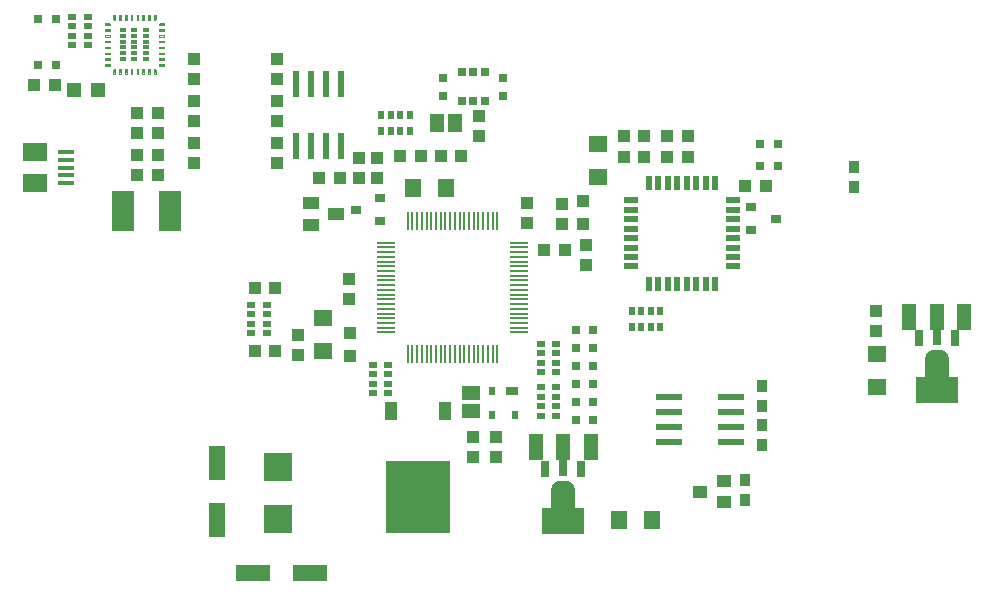
<source format=gtp>
G75*
G70*
%OFA0B0*%
%FSLAX24Y24*%
%IPPOS*%
%LPD*%
%AMOC8*
5,1,8,0,0,1.08239X$1,22.5*
%
%ADD10R,0.0394X0.0433*%
%ADD11R,0.0433X0.0394*%
%ADD12R,0.0098X0.0630*%
%ADD13R,0.0630X0.0098*%
%ADD14R,0.0551X0.0630*%
%ADD15R,0.0315X0.0315*%
%ADD16R,0.0480X0.0880*%
%ADD17R,0.1417X0.0866*%
%ADD18R,0.0315X0.0551*%
%ADD19C,0.0600*%
%ADD20R,0.0394X0.0394*%
%ADD21R,0.0630X0.0551*%
%ADD22R,0.0354X0.0315*%
%ADD23R,0.0220X0.0500*%
%ADD24R,0.0500X0.0220*%
%ADD25R,0.2126X0.2441*%
%ADD26R,0.0394X0.0630*%
%ADD27R,0.0551X0.1181*%
%ADD28R,0.1181X0.0551*%
%ADD29R,0.0945X0.0945*%
%ADD30R,0.0394X0.0276*%
%ADD31R,0.0236X0.0276*%
%ADD32R,0.0460X0.0630*%
%ADD33R,0.0748X0.1339*%
%ADD34R,0.0236X0.0118*%
%ADD35C,0.0040*%
%ADD36R,0.0500X0.0500*%
%ADD37R,0.0236X0.0866*%
%ADD38R,0.0551X0.0394*%
%ADD39R,0.0197X0.0256*%
%ADD40R,0.0256X0.0197*%
%ADD41R,0.0630X0.0460*%
%ADD42R,0.0531X0.0157*%
%ADD43R,0.0787X0.0591*%
%ADD44R,0.0256X0.0315*%
%ADD45R,0.0300X0.0300*%
%ADD46R,0.0450X0.0400*%
%ADD47R,0.0380X0.0400*%
%ADD48R,0.0866X0.0236*%
D10*
X016640Y005915D03*
X017390Y005915D03*
X017390Y006585D03*
X016640Y006585D03*
X010790Y009315D03*
X010790Y009985D03*
X012490Y011165D03*
X012490Y011835D03*
X018440Y013715D03*
X018440Y014385D03*
X019590Y014335D03*
X019590Y013665D03*
X020390Y012985D03*
X020390Y012315D03*
X013440Y015215D03*
X012840Y015215D03*
X012840Y015885D03*
X013440Y015885D03*
X010090Y015715D03*
X010090Y016385D03*
X010090Y017115D03*
X010090Y017785D03*
X010090Y018515D03*
X010090Y019185D03*
X007340Y019185D03*
X007340Y018515D03*
X007340Y017785D03*
X007340Y017115D03*
X007340Y016385D03*
X007340Y015715D03*
X006140Y015985D03*
X005440Y015985D03*
X005440Y015315D03*
X006140Y015315D03*
X006140Y016715D03*
X005440Y016715D03*
X005440Y017385D03*
X006140Y017385D03*
X016840Y017285D03*
X016840Y016615D03*
X030065Y010785D03*
X030065Y010115D03*
D11*
X026375Y014950D03*
X025705Y014950D03*
X023775Y015900D03*
X023105Y015900D03*
X022325Y015900D03*
X021655Y015900D03*
X021655Y016600D03*
X022325Y016600D03*
X023105Y016600D03*
X023775Y016600D03*
X016225Y015950D03*
X015555Y015950D03*
X014875Y015950D03*
X014205Y015950D03*
X012175Y015200D03*
X011505Y015200D03*
X010025Y011550D03*
X009355Y011550D03*
X009355Y009450D03*
X010025Y009450D03*
X019005Y012800D03*
X019675Y012800D03*
X002675Y018300D03*
X002005Y018300D03*
D12*
X014444Y013755D03*
X014601Y013755D03*
X014759Y013755D03*
X014916Y013755D03*
X015074Y013755D03*
X015231Y013755D03*
X015389Y013755D03*
X015546Y013755D03*
X015704Y013755D03*
X015861Y013755D03*
X016019Y013755D03*
X016176Y013755D03*
X016334Y013755D03*
X016491Y013755D03*
X016649Y013755D03*
X016806Y013755D03*
X016964Y013755D03*
X017121Y013755D03*
X017279Y013755D03*
X017436Y013755D03*
X017436Y009345D03*
X017279Y009345D03*
X017121Y009345D03*
X016964Y009345D03*
X016806Y009345D03*
X016649Y009345D03*
X016491Y009345D03*
X016334Y009345D03*
X016176Y009345D03*
X016019Y009345D03*
X015861Y009345D03*
X015704Y009345D03*
X015546Y009345D03*
X015389Y009345D03*
X015231Y009345D03*
X015074Y009345D03*
X014916Y009345D03*
X014759Y009345D03*
X014601Y009345D03*
X014444Y009345D03*
D13*
X013735Y010054D03*
X013735Y010211D03*
X013735Y010369D03*
X013735Y010526D03*
X013735Y010684D03*
X013735Y010841D03*
X013735Y010999D03*
X013735Y011156D03*
X013735Y011314D03*
X013735Y011471D03*
X013735Y011629D03*
X013735Y011786D03*
X013735Y011944D03*
X013735Y012101D03*
X013735Y012259D03*
X013735Y012416D03*
X013735Y012574D03*
X013735Y012731D03*
X013735Y012889D03*
X013735Y013046D03*
X018145Y013046D03*
X018145Y012889D03*
X018145Y012731D03*
X018145Y012574D03*
X018145Y012416D03*
X018145Y012259D03*
X018145Y012101D03*
X018145Y011944D03*
X018145Y011786D03*
X018145Y011629D03*
X018145Y011471D03*
X018145Y011314D03*
X018145Y011156D03*
X018145Y010999D03*
X018145Y010841D03*
X018145Y010684D03*
X018145Y010526D03*
X018145Y010369D03*
X018145Y010211D03*
X018145Y010054D03*
D14*
X015711Y014880D03*
X014609Y014880D03*
X021489Y003800D03*
X022591Y003800D03*
D15*
X020635Y007150D03*
X020045Y007150D03*
X020045Y007750D03*
X020635Y007750D03*
X020635Y008350D03*
X020045Y008350D03*
X020045Y008950D03*
X020635Y008950D03*
X020635Y009550D03*
X020045Y009550D03*
X020045Y010150D03*
X020635Y010150D03*
X026195Y015600D03*
X026785Y015600D03*
X026785Y016350D03*
X026195Y016350D03*
X002718Y018958D03*
X002127Y018958D03*
X002127Y020491D03*
X002718Y020491D03*
D16*
X031168Y010583D03*
X032078Y010583D03*
X032988Y010583D03*
X020550Y006220D03*
X019640Y006220D03*
X018730Y006220D03*
D17*
X019640Y003780D03*
X032078Y008142D03*
D18*
X032078Y009905D03*
X031478Y009875D03*
X032678Y009875D03*
X020240Y005500D03*
X019640Y005530D03*
X019040Y005500D03*
D19*
X019540Y004798D02*
X019740Y004798D01*
X019740Y003962D01*
X019540Y003962D01*
X019540Y004798D01*
X019540Y004561D02*
X019740Y004561D01*
X031978Y009173D02*
X032178Y009173D01*
X032178Y008337D01*
X031978Y008337D01*
X031978Y009173D01*
X031978Y008936D02*
X032178Y008936D01*
D20*
X020290Y013656D03*
X020290Y014444D03*
X012540Y010044D03*
X012540Y009256D03*
D21*
X011640Y009449D03*
X011640Y010551D03*
X020790Y015249D03*
X020790Y016351D03*
X030090Y009326D03*
X030090Y008224D03*
D22*
X025896Y013476D03*
X026723Y013850D03*
X025896Y014224D03*
X013534Y014524D03*
X012707Y014150D03*
X013534Y013776D03*
D23*
X022488Y015046D03*
X022803Y015046D03*
X023118Y015046D03*
X023433Y015046D03*
X023747Y015046D03*
X024062Y015046D03*
X024377Y015046D03*
X024692Y015046D03*
X024692Y011666D03*
X024377Y011666D03*
X024062Y011666D03*
X023747Y011666D03*
X023433Y011666D03*
X023118Y011666D03*
X022803Y011666D03*
X022488Y011666D03*
D24*
X021900Y012254D03*
X021900Y012569D03*
X021900Y012884D03*
X021900Y013199D03*
X021900Y013514D03*
X021900Y013829D03*
X021900Y014144D03*
X021900Y014459D03*
X025280Y014459D03*
X025280Y014144D03*
X025280Y013829D03*
X025280Y013514D03*
X025280Y013199D03*
X025280Y012884D03*
X025280Y012569D03*
X025280Y012254D03*
D25*
X014790Y004566D03*
D26*
X013892Y007440D03*
X015688Y007440D03*
D27*
X008090Y003805D03*
X008090Y005695D03*
D28*
X009295Y002050D03*
X011185Y002050D03*
D29*
X010140Y003834D03*
X010140Y005566D03*
D30*
X017935Y008094D03*
D31*
X017266Y008094D03*
X017266Y007306D03*
X018014Y007306D03*
D32*
X016040Y017050D03*
X015440Y017050D03*
D33*
X006508Y014100D03*
X004972Y014100D03*
D34*
X004946Y019158D03*
X004946Y019355D03*
X004946Y019552D03*
X004946Y019748D03*
X004946Y019945D03*
X004946Y020142D03*
X005340Y020142D03*
X005340Y019945D03*
X005340Y019748D03*
X005340Y019552D03*
X005340Y019355D03*
X005340Y019158D03*
X005734Y019158D03*
X005734Y019355D03*
X005734Y019552D03*
X005734Y019748D03*
X005734Y019945D03*
X005734Y020142D03*
D35*
X005803Y020467D02*
X005803Y020644D01*
X005862Y020644D01*
X005862Y020467D01*
X005803Y020467D01*
X005803Y020493D02*
X005862Y020493D01*
X005862Y020532D02*
X005803Y020532D01*
X005803Y020570D02*
X005862Y020570D01*
X005862Y020609D02*
X005803Y020609D01*
X005665Y020609D02*
X005606Y020609D01*
X005606Y020644D02*
X005665Y020644D01*
X005665Y020467D01*
X005606Y020467D01*
X005606Y020644D01*
X005606Y020570D02*
X005665Y020570D01*
X005665Y020532D02*
X005606Y020532D01*
X005606Y020493D02*
X005665Y020493D01*
X005468Y020493D02*
X005409Y020493D01*
X005409Y020467D02*
X005409Y020644D01*
X005468Y020644D01*
X005468Y020467D01*
X005409Y020467D01*
X005409Y020532D02*
X005468Y020532D01*
X005468Y020570D02*
X005409Y020570D01*
X005409Y020609D02*
X005468Y020609D01*
X005271Y020609D02*
X005212Y020609D01*
X005212Y020644D02*
X005271Y020644D01*
X005271Y020467D01*
X005212Y020467D01*
X005212Y020644D01*
X005212Y020570D02*
X005271Y020570D01*
X005271Y020532D02*
X005212Y020532D01*
X005212Y020493D02*
X005271Y020493D01*
X005074Y020493D02*
X005015Y020493D01*
X005015Y020467D02*
X005015Y020644D01*
X005074Y020644D01*
X005074Y020467D01*
X005015Y020467D01*
X005015Y020532D02*
X005074Y020532D01*
X005074Y020570D02*
X005015Y020570D01*
X005015Y020609D02*
X005074Y020609D01*
X004877Y020609D02*
X004818Y020609D01*
X004818Y020644D02*
X004877Y020644D01*
X004877Y020467D01*
X004818Y020467D01*
X004818Y020644D01*
X004818Y020570D02*
X004877Y020570D01*
X004877Y020532D02*
X004818Y020532D01*
X004818Y020493D02*
X004877Y020493D01*
X004681Y020493D02*
X004621Y020493D01*
X004621Y020487D02*
X004641Y020467D01*
X004681Y020467D01*
X004681Y020644D01*
X004621Y020644D01*
X004621Y020487D01*
X004621Y020532D02*
X004681Y020532D01*
X004681Y020570D02*
X004621Y020570D01*
X004621Y020609D02*
X004681Y020609D01*
X004503Y020369D02*
X004523Y020349D01*
X004523Y020309D01*
X004346Y020309D01*
X004346Y020369D01*
X004503Y020369D01*
X004523Y020339D02*
X004346Y020339D01*
X004346Y020172D02*
X004346Y020113D01*
X004523Y020113D01*
X004523Y020172D01*
X004346Y020172D01*
X004346Y020147D02*
X004523Y020147D01*
X004523Y019975D02*
X004346Y019975D01*
X004346Y019916D01*
X004523Y019916D01*
X004523Y019975D01*
X004523Y019954D02*
X004346Y019954D01*
X004346Y019778D02*
X004346Y019719D01*
X004523Y019719D01*
X004523Y019778D01*
X004346Y019778D01*
X004346Y019762D02*
X004523Y019762D01*
X004523Y019723D02*
X004346Y019723D01*
X004346Y019581D02*
X004346Y019522D01*
X004523Y019522D01*
X004523Y019581D01*
X004346Y019581D01*
X004346Y019569D02*
X004523Y019569D01*
X004523Y019531D02*
X004346Y019531D01*
X004346Y019384D02*
X004346Y019325D01*
X004523Y019325D01*
X004523Y019384D01*
X004346Y019384D01*
X004346Y019377D02*
X004523Y019377D01*
X004523Y019338D02*
X004346Y019338D01*
X004346Y019187D02*
X004346Y019128D01*
X004523Y019128D01*
X004523Y019187D01*
X004346Y019187D01*
X004346Y019184D02*
X004523Y019184D01*
X004523Y019146D02*
X004346Y019146D01*
X004346Y018991D02*
X004346Y018931D01*
X004503Y018931D01*
X004523Y018951D01*
X004523Y018991D01*
X004346Y018991D01*
X004346Y018953D02*
X004523Y018953D01*
X004641Y018833D02*
X004681Y018833D01*
X004681Y018656D01*
X004621Y018656D01*
X004621Y018813D01*
X004641Y018833D01*
X004621Y018799D02*
X004681Y018799D01*
X004681Y018761D02*
X004621Y018761D01*
X004621Y018722D02*
X004681Y018722D01*
X004681Y018684D02*
X004621Y018684D01*
X004818Y018684D02*
X004877Y018684D01*
X004877Y018656D02*
X004818Y018656D01*
X004818Y018833D01*
X004877Y018833D01*
X004877Y018656D01*
X004877Y018722D02*
X004818Y018722D01*
X004818Y018761D02*
X004877Y018761D01*
X004877Y018799D02*
X004818Y018799D01*
X005015Y018799D02*
X005074Y018799D01*
X005074Y018833D02*
X005074Y018656D01*
X005015Y018656D01*
X005015Y018833D01*
X005074Y018833D01*
X005074Y018761D02*
X005015Y018761D01*
X005015Y018722D02*
X005074Y018722D01*
X005074Y018684D02*
X005015Y018684D01*
X005212Y018684D02*
X005271Y018684D01*
X005271Y018656D02*
X005212Y018656D01*
X005212Y018833D01*
X005271Y018833D01*
X005271Y018656D01*
X005271Y018722D02*
X005212Y018722D01*
X005212Y018761D02*
X005271Y018761D01*
X005271Y018799D02*
X005212Y018799D01*
X005409Y018799D02*
X005468Y018799D01*
X005468Y018833D02*
X005468Y018656D01*
X005409Y018656D01*
X005409Y018833D01*
X005468Y018833D01*
X005468Y018761D02*
X005409Y018761D01*
X005409Y018722D02*
X005468Y018722D01*
X005468Y018684D02*
X005409Y018684D01*
X005606Y018684D02*
X005665Y018684D01*
X005665Y018656D02*
X005606Y018656D01*
X005606Y018833D01*
X005665Y018833D01*
X005665Y018656D01*
X005665Y018722D02*
X005606Y018722D01*
X005606Y018761D02*
X005665Y018761D01*
X005665Y018799D02*
X005606Y018799D01*
X005803Y018799D02*
X005862Y018799D01*
X005862Y018833D02*
X005862Y018656D01*
X005803Y018656D01*
X005803Y018833D01*
X005862Y018833D01*
X005862Y018761D02*
X005803Y018761D01*
X005803Y018722D02*
X005862Y018722D01*
X005862Y018684D02*
X005803Y018684D01*
X005999Y018684D02*
X006059Y018684D01*
X006059Y018656D02*
X005999Y018656D01*
X005999Y018833D01*
X006039Y018833D01*
X006059Y018813D01*
X006059Y018656D01*
X006059Y018722D02*
X005999Y018722D01*
X005999Y018761D02*
X006059Y018761D01*
X006059Y018799D02*
X005999Y018799D01*
X006157Y018951D02*
X006157Y018991D01*
X006334Y018991D01*
X006334Y018931D01*
X006177Y018931D01*
X006157Y018951D01*
X006157Y018953D02*
X006334Y018953D01*
X006334Y019128D02*
X006157Y019128D01*
X006157Y019187D01*
X006334Y019187D01*
X006334Y019128D01*
X006334Y019146D02*
X006157Y019146D01*
X006157Y019184D02*
X006334Y019184D01*
X006334Y019325D02*
X006157Y019325D01*
X006157Y019384D01*
X006334Y019384D01*
X006334Y019325D01*
X006334Y019338D02*
X006157Y019338D01*
X006157Y019377D02*
X006334Y019377D01*
X006334Y019522D02*
X006157Y019522D01*
X006157Y019581D01*
X006334Y019581D01*
X006334Y019522D01*
X006334Y019531D02*
X006157Y019531D01*
X006157Y019569D02*
X006334Y019569D01*
X006334Y019719D02*
X006157Y019719D01*
X006157Y019778D01*
X006334Y019778D01*
X006334Y019719D01*
X006334Y019723D02*
X006157Y019723D01*
X006157Y019762D02*
X006334Y019762D01*
X006334Y019916D02*
X006157Y019916D01*
X006157Y019975D01*
X006334Y019975D01*
X006334Y019916D01*
X006334Y019954D02*
X006157Y019954D01*
X006157Y020113D02*
X006157Y020172D01*
X006334Y020172D01*
X006334Y020113D01*
X006157Y020113D01*
X006157Y020147D02*
X006334Y020147D01*
X006334Y020309D02*
X006334Y020369D01*
X006177Y020369D01*
X006157Y020349D01*
X006157Y020309D01*
X006334Y020309D01*
X006334Y020339D02*
X006157Y020339D01*
X006039Y020467D02*
X005999Y020467D01*
X005999Y020644D01*
X006059Y020644D01*
X006059Y020487D01*
X006039Y020467D01*
X006059Y020493D02*
X005999Y020493D01*
X005999Y020532D02*
X006059Y020532D01*
X006059Y020570D02*
X005999Y020570D01*
X005999Y020609D02*
X006059Y020609D01*
D36*
X004140Y018150D03*
X003340Y018150D03*
D37*
X010740Y018324D03*
X011240Y018324D03*
X011740Y018324D03*
X012240Y018324D03*
X012240Y016276D03*
X011740Y016276D03*
X011240Y016276D03*
X010740Y016276D03*
D38*
X011207Y014374D03*
X012073Y014000D03*
X011207Y013626D03*
D39*
X013568Y016784D03*
X013883Y016784D03*
X014197Y016784D03*
X014512Y016784D03*
X014512Y017316D03*
X014197Y017316D03*
X013883Y017316D03*
X013568Y017316D03*
X021918Y010766D03*
X022233Y010766D03*
X022547Y010766D03*
X022862Y010766D03*
X022862Y010234D03*
X022547Y010234D03*
X022233Y010234D03*
X021918Y010234D03*
D40*
X019406Y009672D03*
X019406Y009357D03*
X018874Y009357D03*
X018874Y009672D03*
X018874Y009043D03*
X018874Y008728D03*
X019406Y008728D03*
X019406Y009043D03*
X019406Y008222D03*
X018874Y008222D03*
X018874Y007907D03*
X018874Y007593D03*
X019406Y007593D03*
X019406Y007907D03*
X019406Y007278D03*
X018874Y007278D03*
X013806Y008028D03*
X013806Y008343D03*
X013274Y008343D03*
X013274Y008028D03*
X013274Y008657D03*
X013274Y008972D03*
X013806Y008972D03*
X013806Y008657D03*
X009756Y010028D03*
X009756Y010343D03*
X009224Y010343D03*
X009224Y010028D03*
X009224Y010657D03*
X009224Y010972D03*
X009756Y010972D03*
X009756Y010657D03*
X003784Y019628D03*
X003253Y019628D03*
X003253Y019943D03*
X003253Y020257D03*
X003784Y020257D03*
X003784Y019943D03*
X003784Y020572D03*
X003253Y020572D03*
D41*
X016565Y008025D03*
X016565Y007425D03*
D42*
X003054Y015038D03*
X003054Y015294D03*
X003054Y015550D03*
X003054Y015806D03*
X003054Y016062D03*
D43*
X002040Y016062D03*
X002040Y015038D03*
D44*
X016266Y017778D03*
X016640Y017778D03*
X017014Y017778D03*
X017014Y018722D03*
X016640Y018722D03*
X016266Y018722D03*
D45*
X015640Y018550D03*
X015640Y017950D03*
X017640Y017950D03*
X017640Y018550D03*
D46*
X024990Y005088D03*
X024190Y004738D03*
X024990Y004388D03*
D47*
X025690Y004478D03*
X025690Y005147D03*
X026253Y006290D03*
X026253Y006960D03*
X026265Y007615D03*
X026265Y008285D03*
X029340Y014903D03*
X029340Y015572D03*
D48*
X025214Y007913D03*
X025214Y007413D03*
X025214Y006913D03*
X025214Y006413D03*
X023166Y006413D03*
X023166Y006913D03*
X023166Y007413D03*
X023166Y007913D03*
M02*

</source>
